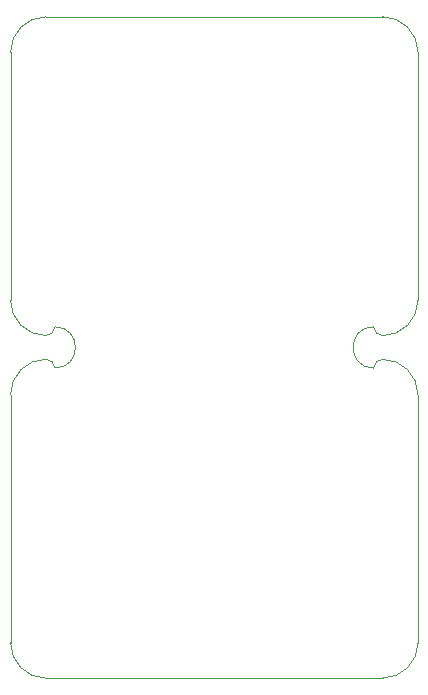
<source format=gbr>
%TF.GenerationSoftware,KiCad,Pcbnew,(5.1.6)-1*%
%TF.CreationDate,2021-07-30T20:13:56+02:00*%
%TF.ProjectId,mu-ltz,6d752d6c-747a-42e6-9b69-6361645f7063,rev?*%
%TF.SameCoordinates,Original*%
%TF.FileFunction,Profile,NP*%
%FSLAX46Y46*%
G04 Gerber Fmt 4.6, Leading zero omitted, Abs format (unit mm)*
G04 Created by KiCad (PCBNEW (5.1.6)-1) date 2021-07-30 20:13:56*
%MOMM*%
%LPD*%
G01*
G04 APERTURE LIST*
%TA.AperFunction,Profile*%
%ADD10C,0.050000*%
%TD*%
G04 APERTURE END LIST*
D10*
X131500000Y-71000000D02*
G75*
G02*
X130750000Y-70250000I0J750000D01*
G01*
X130750000Y-73750000D02*
G75*
G02*
X131500000Y-73000000I750000J0D01*
G01*
X130750000Y-73750000D02*
G75*
G02*
X130750000Y-70250000I0J1750000D01*
G01*
X103750000Y-70250000D02*
G75*
G02*
X103000000Y-71000000I-750000J0D01*
G01*
X103000000Y-73000000D02*
G75*
G02*
X103750000Y-73750000I0J-750000D01*
G01*
X103750000Y-70250000D02*
G75*
G02*
X103750000Y-73750000I0J-1750000D01*
G01*
X134500000Y-47000000D02*
G75*
G03*
X131500000Y-44000000I-3000000J0D01*
G01*
X131500000Y-71000000D02*
G75*
G03*
X134500000Y-68000000I0J3000000D01*
G01*
X100000000Y-76000000D02*
G75*
G02*
X103000000Y-73000000I3000000J0D01*
G01*
X131500000Y-100000000D02*
G75*
G03*
X134500000Y-97000000I0J3000000D01*
G01*
X100000000Y-47000000D02*
X100000000Y-68000000D01*
X103000000Y-100000000D02*
G75*
G02*
X100000000Y-97000000I0J3000000D01*
G01*
X100000000Y-47000000D02*
G75*
G02*
X103000000Y-44000000I3000000J0D01*
G01*
X103000000Y-71000000D02*
G75*
G02*
X100000000Y-68000000I0J3000000D01*
G01*
X100000000Y-76000000D02*
X100000000Y-97000000D01*
X134500000Y-68000000D02*
X134500000Y-47000000D01*
X103000000Y-100000000D02*
X131500000Y-100000000D01*
X134500000Y-97000000D02*
X134500000Y-76000000D01*
X134500000Y-76000000D02*
G75*
G03*
X131500000Y-73000000I-3000000J0D01*
G01*
X131500000Y-44000000D02*
X103000000Y-44000000D01*
M02*

</source>
